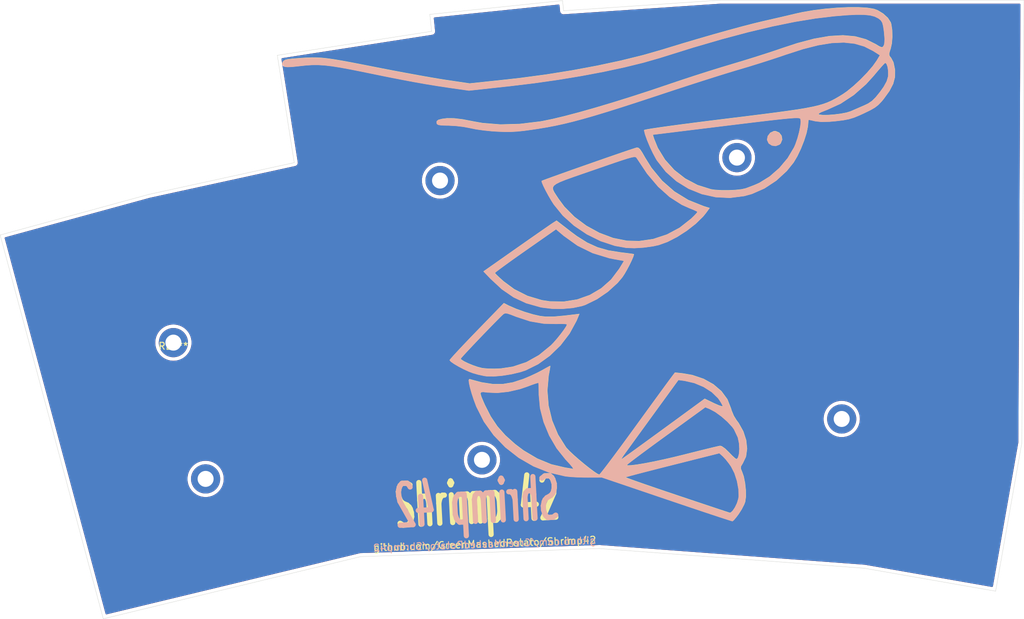
<source format=kicad_pcb>
(kicad_pcb (version 20211014) (generator pcbnew)
  (layers (0 "F.Cu" signal) (31 "B.Cu" signal) (34 "B.Paste" user) (35 "F.Paste" user) (36 "B.SilkS" user "B.Silkscreen") (37 "F.SilkS" user "F.Silkscreen") (38 "B.Mask" user) (39 "F.Mask" user) (44 "Edge.Cuts" user))
  (net 0 "")
  (footprint "" (layer "F.Cu") (at 83.0072 81.28)
    (fp_text reference "" (at 0 0) (layer "F.SilkS") (effects (font (size 1.27 1.27))))
    (fp_text value "" (at 0 0) (layer "F.SilkS") (effects (font (size 1.27 1.27))))
    (pad "" thru_hole circle locked (at 0 0) (size 4.2 4.2) (drill 2.3) (layers *.Cu *.Mask))
  )
  (footprint "" (layer "F.Cu") (at 43.241594 84.021403)
    (fp_text reference "" (at 0 0) (layer "F.SilkS") (effects (font (size 1.27 1.27))))
    (fp_text value "" (at 0 0) (layer "F.SilkS") (effects (font (size 1.27 1.27))))
    (pad "" thru_hole circle locked (at 0 0) (size 4.2 4.2) (drill 2.3) (layers *.Cu *.Mask))
  )
  (footprint "Footprints:hole-m2" (layer "F.Cu") (at 38.608 64.4144)
    (fp_text reference "REF**" (at 0 0.5) (layer "F.SilkS"))
    (fp_text value "M2_Hole_TH")
    (pad "" thru_hole circle locked (at 0 0) (size 4.2 4.2) (drill 2.3) (layers *.Cu *.Mask))
  )
  (footprint "" (layer "F.Cu") (at 134.771541 75.397056)
    (fp_text reference "" (at 0 0) (layer "F.SilkS") (effects (font (size 1.27 1.27))))
    (fp_text value "" (at 0 0) (layer "F.SilkS") (effects (font (size 1.27 1.27))))
    (pad "" thru_hole circle locked (at 0 0) (size 4.2 4.2) (drill 2.3) (layers *.Cu *.Mask))
  )
  (footprint "" (layer "F.Cu") (at 119.695594 37.793403)
    (fp_text reference "" (at 0 0) (layer "F.SilkS") (effects (font (size 1.27 1.27))))
    (fp_text value "" (at 0 0) (layer "F.SilkS") (effects (font (size 1.27 1.27))))
    (pad "" thru_hole circle locked (at 0 0) (size 4.2 4.2) (drill 2.3) (layers *.Cu *.Mask))
  )
  (footprint "" (layer "F.Cu") (at 76.972794 41.095403)
    (fp_text reference "" (at 0 0) (layer "F.SilkS") (effects (font (size 1.27 1.27))))
    (fp_text value "" (at 0 0) (layer "F.SilkS") (effects (font (size 1.27 1.27))))
    (pad "" thru_hole circle locked (at 0 0) (size 4.2 4.2) (drill 2.3) (layers *.Cu *.Mask))
  )
  (footprint "footprintsGlobal:Shrimp" (layer "B.Cu") (at 105.9688 64.310321 -173)
    (fp_text reference "G***" hide)
    (fp_text value "LOGO" hide)
    (fp_poly (pts (xy 45.935675 46.523379) (xy 46.190237 46.428127) (xy 46.326732 46.305512) (xy 46.495225 45.97645) (xy 46.35 45.677476) (xy 46.134058 45.534674) (xy 45.725044 45.442251) (xy 45.055786 45.391621) (xy 44.059114 45.374201) (xy 43.975511 45.374004) (xy 43.037808 45.358473) (xy 42.172363 45.305973) (xy 41.318615 45.202766) (xy 40.416001 45.035117) (xy 39.403962 44.78929) (xy 38.221936 44.451548) (xy 36.809362 44.008157) (xy 35.105679 43.44538) (xy 34.35 43.190821) (xy 31.954063 42.38717) (xy 29.858585 41.699342) (xy 27.988966 41.104123) (xy 26.270607 40.578298) (xy 24.628907 40.098655) (xy 22.989268 39.641978) (xy 22.65 39.55) (xy 20.25 38.902099) (xy 14.25 38.82107) (xy 10.775013 38.813509) (xy 7.316411 38.881638) (xy 3.935858 39.021388) (xy 0.69502 39.228693) (xy -2.344438 39.499484) (xy -5.120849 39.829693) (xy -7.572549 40.215253) (xy -7.95 40.285513) (xy -12.52749 41.119966) (xy -16.753497 41.807568) (xy -20.647723 42.350533) (xy -24.229874 42.751077) (xy -27.519651 43.011413) (xy -30.536758 43.133757) (xy -33.198881 43.123326) (xy -34.962891 43.054476) (xy -36.375344 42.953366) (xy -37.483989 42.811334) (xy -38.336571 42.61972) (xy -38.980838 42.369863) (xy -39.464536 42.053102) (xy -39.558184 41.969788) (xy -39.812699 41.687837) (xy -39.960869 41.362359) (xy -40.03059 40.880533) (xy -40.04976 40.129542) (xy -40.05 39.98084) (xy -40.00787 38.996663) (xy -39.88666 38.319776) (xy -39.776822 38.080334) (xy -39.601442 37.885154) (xy -39.408266 37.864027) (xy -39.098751 38.045779) (xy -38.626822 38.41672) (xy -37.332701 39.268391) (xy -35.84062 39.877193) (xy -34.128414 40.244941) (xy -32.173921 40.373449) (xy -29.954976 40.264533) (xy -27.449415 39.920008) (xy -25.35 39.503944) (xy -24.121391 39.245766) (xy -22.623642 38.950573) (xy -20.982976 38.642088) (xy -19.325614 38.344034) (xy -17.77778 38.080133) (xy -17.75 38.075562) (xy -16.148576 37.801123) (xy -14.303118 37.466649) (xy -12.359865 37.099788) (xy -10.465057 36.728187) (xy -8.764932 36.379491) (xy -8.65 36.355172) (xy -5.733514 35.753684) (xy -2.884573 35.199399) (xy -0.14729 34.699421) (xy 2.434223 34.260855) (xy 4.815855 33.890805) (xy 6.953495 33.596374) (xy 8.803031 33.384667) (xy 10.32035 33.262789) (xy 10.65 33.24689) (xy 13.614833 33.254638) (xy 16.375878 33.518324) (xy 18.888097 34.032383) (xy 20.15 34.420716) (xy 21.651322 34.906284) (xy 22.876988 35.208555) (xy 23.89885 35.342312) (xy 24.610583 35.338459) (xy 25.156074 35.262891) (xy 25.402023 35.105951) (xy 25.45 34.882048) (xy 25.403699 34.682462) (xy 25.214356 34.539219) (xy 24.80631 34.424823) (xy 24.103899 34.311777) (xy 23.75 34.26423) (xy 22.730559 34.083565) (xy 21.647739 33.817447) (xy 20.724758 33.521245) (xy 20.671069 33.500488) (xy 19.897952 33.243734) (xy 18.874516 32.968524) (xy 17.746623 32.711555) (xy 16.871069 32.544451) (xy 15.863844 32.384222) (xy 14.969957 32.276876) (xy 14.078374 32.216723) (xy 13.078063 32.198077) (xy 11.857989 32.21525) (xy 10.95 32.241152) (xy 9.747081 32.292506) (xy 8.535475 32.373575) (xy 7.274623 32.490589) (xy 5.923965 32.64978) (xy 4.442942 32.857379) (xy 2.790995 33.119617) (xy 0.927563 33.442725) (xy -1.187912 33.832934) (xy -3.59599 34.296475) (xy -6.33723 34.839579) (xy -7.55 35.083298) (xy -9.414781 35.454935) (xy -11.328205 35.828362) (xy -13.213391 36.189127) (xy -14.993461 36.522776) (xy -16.591535 36.814857) (xy -17.930735 37.050915) (xy -18.69877 37.179246) (xy -20.182843 37.429535) (xy -21.817786 37.723859) (xy -23.449927 38.033402) (xy -24.925598 38.329347) (xy -25.622672 38.477593) (xy -28.187274 38.971876) (xy -30.440492 39.258388) (xy -32.41431 39.334541) (xy -34.140708 39.197748) (xy -35.651669 38.84542) (xy -36.979176 38.274971) (xy -38.15521 37.483812) (xy -38.182764 37.461332) (xy -39.047391 36.752835) (xy -38.498696 36.04878) (xy -37.835016 35.322889) (xy -36.921771 34.492692) (xy -35.863759 33.639427) (xy -34.765778 32.844333) (xy -33.732626 32.188645) (xy -33.069196 31.839919) (xy -32.440373 31.554613) (xy -31.863553 31.309049) (xy -31.304246 31.100246) (xy -30.727963 30.925226) (xy -30.100216 30.781008) (xy -29.386514 30.664612) (xy -28.552368 30.573059) (xy -27.56329 30.503369) (xy -26.384789 30.452562) (xy -24.982376 30.417658) (xy -23.321563 30.395678) (xy -21.367859 30.383642) (xy -19.086776 30.378569) (xy -16.443824 30.377481) (xy -16.142255 30.377476) (xy -13.633901 30.374439) (xy -11.369588 30.365543) (xy -9.370329 30.351114) (xy -7.657137 30.331477) (xy -6.251023 30.306955) (xy -5.173 30.277875) (xy -4.44408 30.24456) (xy -4.085276 30.207336) (xy -4.05 30.190552) (xy -4.121558 29.577566) (xy -4.312712 28.718024) (xy -4.588189 27.734172) (xy -4.912714 26.748256) (xy -5.251011 25.882522) (xy -5.36535 25.632177) (xy -6.43414 23.855713) (xy -7.793 22.31515) (xy -9.39234 21.035122) (xy -11.182576 20.040261) (xy -13.114121 19.3552) (xy -15.137387 19.004572) (xy -17.202789 19.01301) (xy -18.35 19.181879) (xy -20.234172 19.748174) (xy -22.057431 20.652496) (xy -23.7163 21.835145) (xy -24.844007 22.928624) (xy -25.476853 23.744824) (xy -26.121684 24.755613) (xy -26.716547 25.844703) (xy -27.199488 26.895806) (xy -27.508551 27.792636) (xy -27.560508 28.027476) (xy -27.658522 28.507418) (xy -27.704643 28.662566) (xy -26.586829 28.662566) (xy -26.438281 28.005485) (xy -26.17134 27.197263) (xy -25.821681 26.338393) (xy -25.424979 25.529372) (xy -25.172192 25.098676) (xy -24.06418 23.67057) (xy -22.703401 22.405729) (xy -21.180332 21.371214) (xy -19.58545 20.634088) (xy -18.85 20.412695) (xy -18.210809 20.255329) (xy -17.679686 20.125323) (xy -17.55 20.093834) (xy -16.938715 20.030514) (xy -16.063156 20.043792) (xy -15.049097 20.121586) (xy -14.022312 20.251814) (xy -13.108573 20.422394) (xy -12.563418 20.57286) (xy -10.729463 21.404563) (xy -9.084397 22.550268) (xy -7.671106 23.961515) (xy -6.532475 25.589842) (xy -5.711391 27.386789) (xy -5.346863 28.727476) (xy -5.218218 29.377476) (xy -15.840386 29.377476) (xy -18.19377 29.376456) (xy -20.178299 29.372798) (xy -21.825118 29.365604) (xy -23.165369 29.353977) (xy -24.230195 29.33702) (xy -25.050738 29.313835) (xy -25.658142 29.283525) (xy -26.083549 29.245194) (xy -26.358101 29.197943) (xy -26.512942 29.140875) (xy -26.579214 29.073094) (xy -26.581308 29.068009) (xy -26.586829 28.662566) (xy -27.704643 28.662566) (xy -27.734813 28.764054) (xy -27.747113 28.777476) (xy -27.948381 28.714879) (xy -28.398866 28.556135) (xy -28.674855 28.455598) (xy -29.509504 28.256801) (xy -30.696996 28.137927) (xy -31.65 28.105598) (xy -32.691002 28.106618) (xy -33.500363 28.159029) (xy -34.24485 28.288153) (xy -35.091233 28.519313) (xy -35.75 28.728133) (xy -36.71629 29.05913) (xy -37.413373 29.353527) (xy -37.95896 29.676187) (xy -38.470764 30.09197) (xy -38.814044 30.416482) (xy -39.789863 31.465569) (xy -40.443851 32.420434) (xy -40.816051 33.357286) (xy -40.946505 34.352336) (xy -40.946753 34.375996) (xy -39.961985 34.375996) (xy -39.891094 33.75552) (xy -39.847824 33.569392) (xy -39.563065 32.909531) (xy -39.02157 32.164081) (xy -38.385608 31.474495) (xy -37.684983 30.80186) (xy -37.105969 30.358699) (xy -36.521509 30.061171) (xy -35.95 29.867339) (xy -35.121461 29.622844) (xy -34.286166 29.376041) (xy -33.85 29.246992) (xy -33.243926 29.139599) (xy -32.418546 29.085688) (xy -31.493855 29.082159) (xy -30.589847 29.125915) (xy -29.826515 29.213855) (xy -29.323852 29.342881) (xy -29.279331 29.365037) (xy -29.294216 29.488681) (xy -29.695064 29.652935) (xy -30.470403 29.853213) (xy -30.538365 29.868454) (xy -32.594989 30.515479) (xy -34.628283 31.520682) (xy -36.567782 32.845028) (xy -37.75 33.863418) (xy -38.448588 34.512528) (xy -39.04336 35.048385) (xy -39.473916 35.417748) (xy -39.679856 35.567377) (xy -39.684109 35.568235) (xy -39.848518 35.404141) (xy -39.944468 34.966132) (xy -39.961985 34.375996) (xy -40.946753 34.375996) (xy -40.947817 34.477476) (xy -40.864505 35.490996) (xy -40.614867 36.148638) (xy -40.609324 36.156582) (xy -40.415111 36.478503) (xy -40.391282 36.764418) (xy -40.547239 37.170222) (xy -40.687356 37.450699) (xy -40.954444 38.192222) (xy -41.147033 39.139403) (xy -41.243604 40.123633) (xy -41.222636 40.976305) (xy -41.173111 41.2566) (xy -40.840709 41.94425) (xy -40.245275 42.637309) (xy -39.503746 43.216198) (xy -39.007457 43.471164) (xy -38.075624 43.748513) (xy -36.827842 43.979668) (xy -35.346058 44.159411) (xy -33.712219 44.282522) (xy -32.008272 44.343785) (xy -30.316163 44.337982) (xy -28.717841 44.259894) (xy -27.872668 44.180181) (xy -27.044072 44.088056) (xy -25.941192 43.969365) (xy -24.687771 43.837229) (xy -23.40755 43.704774) (xy -22.95 43.658123) (xy -21.556546 43.498377) (xy -19.839215 43.271494) (xy -17.86652 42.988008) (xy -15.70697 42.658452) (xy -13.429078 42.293358) (xy -11.101353 41.903261) (xy -8.792306 41.498693) (xy -8.15 41.382718) (xy -5.216613 40.917999) (xy -1.966739 40.527149) (xy 1.522025 40.21549) (xy 5.172082 39.988343) (xy 8.905836 39.851029) (xy 12.645689 39.80887) (xy 14.55 39.82604) (xy 20.05 39.91548) (xy 23.35 40.827388) (xy 24.383579 41.123786) (xy 25.716888 41.52274) (xy 27.270441 41.999534) (xy 28.964755 42.52945) (xy 30.720348 43.08777) (xy 32.457735 43.649778) (xy 33.05 43.843827) (xy 34.974048 44.474638) (xy 36.569502 44.990883) (xy 37.887037 45.405092) (xy 38.977331 45.729796) (xy 39.891059 45.977525) (xy 40.678899 46.16081) (xy 41.391525 46.29218) (xy 42.079615 46.384167) (xy 42.793846 46.449301) (xy 43.584892 46.500112) (xy 43.852243 46.51484) (xy 44.843221 46.560261) (xy 45.512184 46.565266)) (layer "B.SilkS") (width 0) (fill solid))
    (fp_poly (pts (xy 10.644179 18.517355) (xy 10.974852 18.349014) (xy 11.606801 18.019158) (xy 12.488595 17.554944) (xy 13.568801 16.983529) (xy 14.795987 16.332068) (xy 16.118722 15.62772) (xy 16.30404 15.528871) (xy 21.358081 12.832458) (xy 20.478851 11.654967) (xy 19.037199 9.949142) (xy 17.498577 8.591498) (xy 15.793302 7.531149) (xy 13.851693 6.717208) (xy 13.60561 6.635648) (xy 12.217427 6.29086) (xy 10.707082 6.089996) (xy 9.215225 6.041673) (xy 7.88251 6.154508) (xy 7.392308 6.254997) (xy 5.639495 6.858394) (xy 3.934238 7.738181) (xy 2.409351 8.818844) (xy 1.645921 9.52227) (xy 1.273718 9.954489) (xy 0.836886 10.532972) (xy 0.391797 11.172326) (xy -0.005175 11.787158) (xy -0.049629 11.863899) (xy 1.110079 11.863899) (xy 1.9386 10.815741) (xy 3.281508 9.426981) (xy 4.845587 8.349793) (xy 6.587322 7.595843) (xy 8.463201 7.176799) (xy 10.42971 7.104326) (xy 12.443337 7.390092) (xy 13.55 7.70247) (xy 15.502085 8.557638) (xy 17.27722 9.745743) (xy 18.660896 11.058653) (xy 19.16414 11.636559) (xy 19.544089 12.099134) (xy 19.737139 12.368027) (xy 19.749101 12.3992) (xy 19.579921 12.521346) (xy 19.10239 12.804056) (xy 18.36226 13.221853) (xy 17.405284 13.749262) (xy 16.277213 14.360805) (xy 15.0238 15.031007) (xy 15 15.043649) (xy 10.25 17.566375) (xy 9.25 16.484119) (xy 7.474783 14.855386) (xy 5.44468 13.529886) (xy 3.178909 12.519533) (xy 2.480039 12.287039) (xy 1.110079 11.863899) (xy -0.049629 11.863899) (xy -0.297659 12.292077) (xy -0.42928 12.60169) (xy -0.421606 12.654121) (xy -0.208294 12.721413) (xy 0.303083 12.85709) (xy 1.021355 13.037369) (xy 1.418214 13.134059) (xy 3.172766 13.64152) (xy 4.676812 14.281767) (xy 6.04741 15.120898) (xy 7.401622 16.225006) (xy 8.144179 16.931732) (xy 10.038359 18.809426)) (layer "B.SilkS") (width 0) (fill solid))
    (fp_poly (pts (xy 13.695995 -1.894022) (xy 14.165718 -2.080309) (xy 14.714989 -2.307788) (xy 15.48167 -2.596153) (xy 16.447562 -2.912019) (xy 17.421972 -3.193581) (xy 17.558962 -3.229522) (xy 19.106785 -3.53417) (xy 20.564175 -3.601939) (xy 22.025588 -3.421467) (xy 23.585477 -2.981394) (xy 25.266995 -2.302487) (xy 25.364235 -2.420559) (xy 25.376291 -2.854847) (xy 25.312533 -3.532901) (xy 25.182328 -4.382272) (xy 24.995047 -5.330512) (xy 24.760057 -6.305172) (xy 24.739411 -6.38236) (xy 23.932178 -8.627666) (xy 22.777161 -10.741354) (xy 21.316349 -12.681682) (xy 19.59173 -14.406911) (xy 17.645292 -15.8753) (xy 15.519024 -17.045109) (xy 13.254914 -17.874597) (xy 13.15 -17.903378) (xy 12.451383 -18.060586) (xy 11.513129 -18.229544) (xy 10.493677 -18.382852) (xy 10.05 -18.439511) (xy 8.05 -18.678263) (xy -0.811465 -22.950393) (xy -2.566039 -23.794725) (xy -4.211731 -24.583663) (xy -5.713342 -25.300546) (xy -7.035674 -25.928711) (xy -8.143528 -26.451495) (xy -9.001706 -26.852235) (xy -9.575009 -27.11427) (xy -9.828238 -27.220935) (xy -9.835993 -27.222524) (xy -10.047259 -27.086105) (xy -10.4335 -26.731137) (xy -10.83978 -26.310446) (xy -11.353857 -25.68741) (xy -11.787768 -25.048437) (xy -11.978865 -24.68429) (xy -12.167296 -23.96621) (xy -12.272026 -23.013013) (xy -12.276961 -22.720727) (xy -11.243018 -22.720727) (xy -11.146482 -23.758155) (xy -11.057358 -24.10023) (xy -10.789973 -24.700868) (xy -10.423287 -25.273932) (xy -10.033741 -25.723762) (xy -9.697775 -25.9547) (xy -9.572951 -25.957874) (xy -9.348405 -25.854965) (xy -8.803347 -25.598554) (xy -7.978086 -25.207791) (xy -6.912928 -24.701829) (xy -5.64818 -24.09982) (xy -4.224152 -23.420914) (xy -2.681149 -22.684265) (xy -2.307695 -22.505828) (xy -0.755886 -21.76161) (xy 0.673871 -21.070825) (xy 1.943357 -20.452322) (xy 3.014352 -19.924954) (xy 3.848637 -19.507571) (xy 4.407993 -19.219025) (xy 4.654199 -19.078167) (xy 4.662172 -19.068029) (xy 4.453792 -19.027164) (xy 3.894209 -18.943676) (xy 3.029238 -18.823705) (xy 1.904691 -18.673391) (xy 0.566382 -18.498871) (xy -0.939874 -18.306287) (xy -2.280134 -18.137702) (xy -9.15 -17.279814) (xy -9.604421 -17.801169) (xy -9.950686 -18.27842) (xy -10.349893 -18.941683) (xy -10.585449 -19.387973) (xy -10.947212 -20.382963) (xy -11.171498 -21.544772) (xy -11.243018 -22.720727) (xy -12.276961 -22.720727) (xy -12.289444 -21.981481) (xy -12.215937 -21.028398) (xy -12.077729 -20.392463) (xy -11.940774 -19.883036) (xy -11.99846 -19.542217) (xy -12.287519 -19.171102) (xy -12.30722 -19.149785) (xy -12.882393 -18.248328) (xy -13.180297 -17.136405) (xy -13.196715 -16.222524) (xy -12.132999 -16.222524) (xy -12.077608 -17.01992) (xy -11.935127 -17.717755) (xy -11.73427 -18.217804) (xy -11.503748 -18.421839) (xy -11.489921 -18.422524) (xy -11.295979 -18.271606) (xy -10.951547 -17.876124) (xy -10.534971 -17.326837) (xy -10.034446 -16.706644) (xy -9.604941 -16.321573) (xy -9.372714 -16.226837) (xy -9.074715 -16.250235) (xy -8.439667 -16.318261) (xy -7.527175 -16.423905) (xy -6.396845 -16.560154) (xy -5.108281 -16.719998) (xy -4.172714 -16.838512) (xy -2.542582 -17.033178) (xy -0.97399 -17.195159) (xy 0.482092 -17.321338) (xy 1.774692 -17.4086) (xy 2.852842 -17.45383) (xy 3.66557 -17.453912) (xy 4.161907 -17.40573) (xy 4.283788 -17.355401) (xy 4.133587 -17.244256) (xy 3.67168 -16.962974) (xy 2.937015 -16.533875) (xy 1.96854 -15.979282) (xy 0.805206 -15.321517) (xy -0.51404 -14.582902) (xy -1.794173 -13.872062) (xy -7.95 -10.466589) (xy -8.545519 -10.794556) (xy -9.282143 -11.315888) (xy -10.089881 -12.06772) (xy -10.853483 -12.926621) (xy -11.457696 -13.769159) (xy -11.652933 -14.122524) (xy -12.059076 -15.343991) (xy -12.132999 -16.222524) (xy -13.196715 -16.222524) (xy -13.202686 -15.890163) (xy -12.951317 -14.585744) (xy -12.427942 -13.299295) (xy -12.161715 -12.836742) (xy -11.866944 -12.195159) (xy -11.645349 -11.40855) (xy -11.592837 -11.086202) (xy -11.469389 -10.610194) (xy -10.45 -10.610194) (xy -10.298397 -10.610029) (xy -9.897707 -10.423174) (xy -9.329109 -10.088602) (xy -9.225258 -10.022211) (xy -8.000515 -9.230621) (xy -6.675258 -9.971958) (xy -4.746825 -11.049862) (xy -2.908359 -12.075853) (xy -1.190325 -13.033038) (xy 0.376812 -13.904526) (xy 1.762587 -14.673423) (xy 2.936536 -15.322838) (xy 3.868193 -15.835879) (xy 4.527095 -16.195653) (xy 4.882775 -16.385268) (xy 4.937418 -16.410991) (xy 4.876351 -16.290156) (xy 4.615735 -15.975763) (xy 4.522889 -15.872524) (xy 4.264029 -15.59214) (xy 3.76998 -15.060023) (xy 3.078559 -14.316786) (xy 2.22758 -13.403047) (xy 1.254859 -12.359419) (xy 0.198212 -11.226518) (xy -0.280479 -10.713523) (xy -4.5819 -6.104523) (xy -5.46595 -6.331834) (xy -6.812686 -6.819456) (xy -8.066056 -7.536648) (xy -9.132099 -8.415592) (xy -9.916852 -9.388469) (xy -10.064484 -9.650913) (xy -10.305026 -10.167202) (xy -10.439645 -10.543073) (xy -10.45 -10.610194) (xy -11.469389 -10.610194) (xy -11.238128 -9.718467) (xy -10.527659 -8.453625) (xy -9.500007 -7.327511) (xy -8.193751 -6.375958) (xy -6.647468 -5.634797) (xy -5.278135 -5.220806) (xy -4.20627 -4.972136) (xy -3.458565 -5.74733) (xy -3.157532 -6.064391) (xy -2.618351 -6.637537) (xy -1.875381 -7.430042) (xy -0.96298 -8.405177) (xy 0.084491 -9.526214) (xy 1.232674 -10.756425) (xy 2.447212 -12.059082) (xy 2.739264 -12.372524) (xy 3.935161 -13.651055) (xy 5.050033 -14.833147) (xy 6.053804 -15.887642) (xy 6.916398 -16.783379) (xy 7.607738 -17.4892) (xy 8.09775 -17.973946) (xy 8.356357 -18.206457) (xy 8.38591 -18.222524) (xy 8.636663 -18.08054) (xy 9.085952 -17.696743) (xy 9.673568 -17.134362) (xy 9.8637 -16.940802) (xy 11.989482 -16.940802) (xy 12.028808 -16.95833) (xy 12.40601 -16.834969) (xy 12.970209 -16.671494) (xy 13.11843 -16.631024) (xy 15.05229 -15.918531) (xy 16.956029 -14.84506) (xy 18.769338 -13.448493) (xy 19.861466 -12.39536) (xy 21.114608 -10.95962) (xy 22.08953 -9.543551) (xy 22.861012 -8.016976) (xy 23.503836 -6.249718) (xy 23.629367 -5.836223) (xy 23.852601 -5.051933) (xy 23.929093 -4.590315) (xy 23.824437 -4.390138) (xy 23.504225 -4.390172) (xy 22.93405 -4.529187) (xy 22.9 -4.538252) (xy 21.497471 -4.769075) (xy 19.891183 -4.795737) (xy 18.219413 -4.621471) (xy 17.172834 -4.404434) (xy 16.419532 -4.222783) (xy 15.832787 -4.098005) (xy 15.504912 -4.049042) (xy 15.467255 -4.054434) (xy 15.466078 -4.270202) (xy 15.508521 -4.785426) (xy 15.586034 -5.502979) (xy 15.618589 -5.773598) (xy 15.676045 -7.706531) (xy 15.409345 -9.737372) (xy 14.845215 -11.77198) (xy 14.010378 -13.716211) (xy 12.93156 -15.475924) (xy 12.822589 -15.623125) (xy 12.380485 -16.238526) (xy 12.090424 -16.69854) (xy 11.989482 -16.940802) (xy 9.8637 -16.940802) (xy 10.339301 -16.456626) (xy 11.022942 -15.726766) (xy 11.664284 -15.008011) (xy 12.203117 -14.36359) (xy 12.579232 -13.856734) (xy 12.648145 -13.746438) (xy 13.569615 -11.79046) (xy 14.161387 -9.682363) (xy 14.415402 -7.499233) (xy 14.323603 -5.318155) (xy 13.877931 -3.216214) (xy 13.780548 -2.913959) (xy 13.594844 -2.329062) (xy 13.491578 -1.932953) (xy 13.487067 -1.822524)) (layer "B.SilkS") (width 0) (fill solid))
    (fp_poly (pts (xy -22.025185 27.601115) (xy -21.606898 27.165988) (xy -21.45 26.642726) (xy -21.619564 26.110432) (xy -22.042481 25.747974) (xy -22.590092 25.606589) (xy -23.133736 25.737514) (xy -23.335715 25.891762) (xy -23.621793 26.412789) (xy -23.597257 26.977751) (xy -23.312229 27.463745) (xy -22.816826 27.747871) (xy -22.566712 27.777476)) (layer "B.SilkS") (width 0) (fill solid))
    (fp_poly (pts (xy -2.606085 27.810025) (xy -2.212077 27.738407) (xy -1.509282 27.596965) (xy -0.551399 27.397454) (xy 0.607868 27.151626) (xy 1.914819 26.871234) (xy 3.315751 26.568031) (xy 4.756964 26.25377) (xy 6.184756 25.940205) (xy 7.545425 25.639088) (xy 8.78527 25.362172) (xy 9.850588 25.12121) (xy 10.687679 24.927956) (xy 11.242842 24.794162) (xy 11.462373 24.731581) (xy 11.463319 24.730824) (xy 11.450222 24.500289) (xy 11.306534 23.996728) (xy 11.066128 23.311744) (xy 10.762876 22.536935) (xy 10.430651 21.763904) (xy 10.144404 21.164093) (xy 9.042609 19.40579) (xy 7.618547 17.771831) (xy 5.94407 16.318206) (xy 4.091028 15.100905) (xy 2.131271 14.175919) (xy 0.55 13.687541) (xy -0.601555 13.503696) (xy -1.954951 13.419094) (xy -3.322859 13.44053) (xy -4.15 13.51704) (xy -5.464787 13.816287) (xy -6.922617 14.353731) (xy -8.403034 15.06794) (xy -9.785579 15.897486) (xy -10.949795 16.780939) (xy -11.406815 17.217798) (xy -11.747819 17.577476) (xy -10.246487 17.577476) (xy -10.096811 17.416939) (xy -9.708024 17.09494) (xy -9.196962 16.705616) (xy -7.417855 15.629817) (xy -5.477231 14.882123) (xy -3.44488 14.477277) (xy -1.390594 14.430023) (xy 0.35 14.688871) (xy 2.269169 15.326823) (xy 4.132193 16.298588) (xy 5.867236 17.546873) (xy 7.402458 19.014384) (xy 8.666022 20.64383) (xy 9.36358 21.877476) (xy 9.646207 22.447823) (xy 9.86487 22.906148) (xy 9.986508 23.27343) (xy 9.978061 23.570646) (xy 9.806468 23.818773) (xy 9.438669 24.038788) (xy 8.841604 24.251668) (xy 7.982213 24.47839) (xy 6.827436 24.739932) (xy 5.344212 25.057271) (xy 3.85 25.37592) (xy 2.131203 25.744439) (xy 0.762129 26.034543) (xy -0.298502 26.252162) (xy -1.091976 26.403223) (xy -1.659574 26.493655) (xy -2.04258 26.529387) (xy -2.282275 26.516348) (xy -2.419943 26.460466) (xy -2.496868 26.367669) (xy -2.532883 26.29256) (xy -3.730842 23.910193) (xy -5.071828 21.869346) (xy -6.545801 20.182185) (xy -8.142724 18.860881) (xy -9.179615 18.236241) (xy -9.744004 17.925968) (xy -10.130568 17.684007) (xy -10.246487 17.577476) (xy -11.747819 17.577476) (xy -12.063629 17.910581) (xy -11.208561 18.294029) (xy -9.135987 19.436937) (xy -7.30969 20.890608) (xy -5.743787 22.640074) (xy -4.452395 24.670366) (xy -3.730009 26.224102) (xy -3.396898 27.019217) (xy -3.151076 27.505197) (xy -2.94479 27.749423) (xy -2.730291 27.819277)) (layer "B.SilkS") (width 0) (fill solid))
    (fp_poly (pts (xy 23.380084 4.426174) (xy 24.512725 3.508646) (xy 25.536246 2.668964) (xy 26.411033 1.940478) (xy 27.097475 1.356535) (xy 27.55596 0.950487) (xy 27.746877 0.755683) (xy 27.75 0.747092) (xy 27.591643 0.509872) (xy 27.173162 0.132349) (xy 26.579435 -0.323368) (xy 25.895343 -0.795169) (xy 25.205766 -1.220945) (xy 24.678678 -1.500291) (xy 23.905145 -1.827646) (xy 23.110285 -2.105096) (xy 22.727644 -2.210415) (xy 21.718429 -2.353255) (xy 20.472294 -2.396969) (xy 19.138692 -2.345952) (xy 17.867074 -2.204599) (xy 17.05 -2.043461) (xy 15.164245 -1.381318) (xy 13.336428 -0.377276) (xy 11.641186 0.910913) (xy 10.153155 2.425496) (xy 9.169115 3.798721) (xy 10.357684 3.798721) (xy 10.50456 3.543793) (xy 10.877223 3.103449) (xy 11.399675 2.554818) (xy 11.995922 1.975025) (xy 12.589968 1.441197) (xy 13.032443 1.08415) (xy 14.90581 -0.098132) (xy 16.837732 -0.888532) (xy 18.847318 -1.293217) (xy 20.55 -1.34229) (xy 21.494127 -1.267296) (xy 22.428409 -1.136515) (xy 23.1719 -0.976142) (xy 23.259048 -0.950123) (xy 23.856987 -0.716279) (xy 24.533609 -0.385099) (xy 25.193152 -0.012958) (xy 25.739857 0.343771) (xy 26.077964 0.628713) (xy 26.140739 0.746324) (xy 25.991086 0.897071) (xy 25.582323 1.253957) (xy 24.967728 1.773296) (xy 24.200578 2.411401) (xy 23.334152 3.124584) (xy 22.421727 3.869157) (xy 21.516582 4.601435) (xy 20.671994 5.277728) (xy 19.941241 5.854351) (xy 19.443968 6.237593) (xy 19.200127 6.403368) (xy 18.970437 6.460771) (xy 18.663896 6.388327) (xy 18.189503 6.164563) (xy 17.457966 5.768942) (xy 15.550384 4.872774) (xy 13.656899 4.3072) (xy 11.9 4.05052) (xy 11.171795 3.974763) (xy 10.629391 3.89083) (xy 10.368016 3.814269) (xy 10.357684 3.798721) (xy 9.169115 3.798721) (xy 8.946972 4.108721) (xy 8.822907 4.322491) (xy 8.395815 5.077476) (xy 10.622907 5.086881) (xy 12.136821 5.138768) (xy 13.33329 5.285326) (xy 14.038055 5.453531) (xy 15.05064 5.819463) (xy 16.21828 6.334722) (xy 17.369587 6.917474) (xy 18.333172 7.485884) (xy 18.430084 7.550626) (xy 19.010168 7.944942)) (layer "B.SilkS") (width 0) (fill solid))
    (fp_poly (pts (xy -22.055185 27.625553) (xy -21.636898 27.190426) (xy -21.48 26.667164) (xy -21.649564 26.13487) (xy -22.072481 25.772412) (xy -22.620092 25.631027) (xy -23.163736 25.761952) (xy -23.365715 25.9162) (xy -23.651793 26.437227) (xy -23.627257 27.002189) (xy -23.342229 27.488183) (xy -22.846826 27.772309) (xy -22.596712 27.801914)) (layer "F.SilkS") (width 0) (fill solid))
    (fp_poly (pts (xy 13.665995 -1.869584) (xy 14.135718 -2.055871) (xy 14.684989 -2.28335) (xy 15.45167 -2.571715) (xy 16.417562 -2.887581) (xy 17.391972 -3.169143) (xy 17.528962 -3.205084) (xy 19.076785 -3.509732) (xy 20.534175 -3.577501) (xy 21.995588 -3.397029) (xy 23.555477 -2.956956) (xy 25.236995 -2.278049) (xy 25.334235 -2.396121) (xy 25.346291 -2.830409) (xy 25.282533 -3.508463) (xy 25.152328 -4.357834) (xy 24.965047 -5.306074) (xy 24.730057 -6.280734) (xy 24.709411 -6.357922) (xy 23.902178 -8.603228) (xy 22.747161 -10.716916) (xy 21.286349 -12.657244) (xy 19.56173 -14.382473) (xy 17.615292 -15.850862) (xy 15.489024 -17.020671) (xy 13.224914 -17.850159) (xy 13.12 -17.87894) (xy 12.421383 -18.036148) (xy 11.483129 -18.205106) (xy 10.463677 -18.358414) (xy 10.02 -18.415073) (xy 8.02 -18.653825) (xy -0.841465 -22.925955) (xy -2.596039 -23.770287) (xy -4.241731 -24.559225) (xy -5.743342 -25.276108) (xy -7.065674 -25.904273) (xy -8.173528 -26.427057) (xy -9.031706 -26.827797) (xy -9.605009 -27.089832) (xy -9.858238 -27.196497) (xy -9.865993 -27.198086) (xy -10.077259 -27.061667) (xy -10.4635 -26.706699) (xy -10.86978 -26.286008) (xy -11.383857 -25.662972) (xy -11.817768 -25.023999) (xy -12.008865 -24.659852) (xy -12.197296 -23.941772) (xy -12.302026 -22.988575) (xy -12.306961 -22.696289) (xy -11.273018 -22.696289) (xy -11.176482 -23.733717) (xy -11.087358 -24.075792) (xy -10.819973 -24.67643) (xy -10.453287 -25.249494) (xy -10.063741 -25.699324) (xy -9.727775 -25.930262) (xy -9.602951 -25.933436) (xy -9.378405 -25.830527) (xy -8.833347 -25.574116) (xy -8.008086 -25.183353) (xy -6.942928 -24.677391) (xy -5.67818 -24.075382) (xy -4.254152 -23.396476) (xy -2.711149 -22.659827) (xy -2.337695 -22.48139) (xy -0.785886 -21.737172) (xy 0.643871 -21.046387) (xy 1.913357 -20.427884) (xy 2.984352 -19.900516) (xy 3.818637 -19.483133) (xy 4.377993 -19.194587) (xy 4.624199 -19.053729) (xy 4.632172 -19.043591) (xy 4.423792 -19.002726) (xy 3.864209 -18.919238) (xy 2.999238 -18.799267) (xy 1.874691 -18.648953) (xy 0.536382 -18.474433) (xy -0.969874 -18.281849) (xy -2.310134 -18.113264) (xy -9.18 -17.255376) (xy -9.634421 -17.776731) (xy -9.980686 -18.253982) (xy -10.379893 -18.917245) (xy -10.615449 -19.363535) (xy -10.977212 -20.358525) (xy -11.201498 -21.520334) (xy -11.273018 -22.696289) (xy -12.306961 -22.696289) (xy -12.319444 -21.957043) (xy -12.245937 -21.00396) (xy -12.107729 -20.368025) (xy -11.970774 -19.858598) (xy -12.02846 -19.517779) (xy -12.317519 -19.146664) (xy -12.33722 -19.125347) (xy -12.912393 -18.22389) (xy -13.210297 -17.111967) (xy -13.226715 -16.198086) (xy -12.162999 -16.198086) (xy -12.107608 -16.995482) (xy -11.965127 -17.693317) (xy -11.76427 -18.193366) (xy -11.533748 -18.397401) (xy -11.519921 -18.398086) (xy -11.325979 -18.247168) (xy -10.981547 -17.851686) (xy -10.564971 -17.302399) (xy -10.064446 -16.682206) (xy -9.634941 -16.297135) (xy -9.402714 -16.202399) (xy -9.104715 -16.225797) (xy -8.469667 -16.293823) (xy -7.557175 -16.399467) (xy -6.426845 -16.535716) (xy -5.138281 -16.69556) (xy -4.202714 -16.814074) (xy -2.572582 -17.00874) (xy -1.00399 -17.170721) (xy 0.452092 -17.2969) (xy 1.744692 -17.384162) (xy 2.822842 -17.429392) (xy 3.63557 -17.429474) (xy 4.131907 -17.381292) (xy 4.253788 -17.330963) (xy 4.103587 -17.219818) (xy 3.64168 -16.938536) (xy 2.907015 -16.509437) (xy 1.93854 -15.954844) (xy 0.775206 -15.297079) (xy -0.54404 -14.558464) (xy -1.824173 -13.847624) (xy -7.98 -10.442151) (xy -8.575519 -10.770118) (xy -9.312143 -11.29145) (xy -10.119881 -12.043282) (xy -10.883483 -12.902183) (xy -11.487696 -13.744721) (xy -11.682933 -14.098086) (xy -12.089076 -15.319553) (xy -12.162999 -16.198086) (xy -13.226715 -16.198086) (xy -13.232686 -15.865725) (xy -12.981317 -14.561306) (xy -12.457942 -13.274857) (xy -12.191715 -12.812304) (xy -11.896944 -12.170721) (xy -11.675349 -11.384112) (xy -11.622837 -11.061764) (xy -11.499389 -10.585756) (xy -10.48 -10.585756) (xy -10.328397 -10.585591) (xy -9.927707 -10.398736) (xy -9.359109 -10.064164) (xy -9.255258 -9.997773) (xy -8.030515 -9.206183) (xy -6.705258 -9.94752) (xy -4.776825 -11.025424) (xy -2.938359 -12.051415) (xy -1.220325 -13.0086) (xy 0.346812 -13.880088) (xy 1.732587 -14.648985) (xy 2.906536 -15.2984) (xy 3.838193 -15.811441) (xy 4.497095 -16.171215) (xy 4.852775 -16.36083) (xy 4.907418 -16.386553) (xy 4.846351 -16.265718) (xy 4.585735 -15.951325) (xy 4.492889 -15.848086) (xy 4.234029 -15.567702) (xy 3.73998 -15.035585) (xy 3.048559 -14.292348) (xy 2.19758 -13.378609) (xy 1.224859 -12.334981) (xy 0.168212 -11.20208) (xy -0.310479 -10.689085) (xy -4.6119 -6.080085) (xy -5.49595 -6.307396) (xy -6.842686 -6.795018) (xy -8.096056 -7.51221) (xy -9.162099 -8.391154) (xy -9.946852 -9.364031) (xy -10.094484 -9.626475) (xy -10.335026 -10.142764) (xy -10.469645 -10.518635) (xy -10.48 -10.585756) (xy -11.499389 -10.585756) (xy -11.268128 -9.694029) (xy -10.557659 -8.429187) (xy -9.530007 -7.303073) (xy -8.223751 -6.35152) (xy -6.677468 -5.610359) (xy -5.308135 -5.196368) (xy -4.23627 -4.947698) (xy -3.488565 -5.722892) (xy -3.187532 -6.039953) (xy -2.648351 -6.613099) (xy -1.905381 -7.405604) (xy -0.99298 -8.380739) (xy 0.054491 -9.501776) (xy 1.202674 -10.731987) (xy 2.417212 -12.034644) (xy 2.709264 -12.348086) (xy 3.905161 -13.626617) (xy 5.020033 -14.808709) (xy 6.023804 -15.863204) (xy 6.886398 -16.758941) (xy 7.577738 -17.464762) (xy 8.06775 -17.949508) (xy 8.326357 -18.182019) (xy 8.35591 -18.198086) (xy 8.606663 -18.056102) (xy 9.055952 -17.672305) (xy 9.643568 -17.109924) (xy 9.8337 -16.916364) (xy 11.959482 -16.916364) (xy 11.998808 -16.933892) (xy 12.37601 -16.810531) (xy 12.940209 -16.647056) (xy 13.08843 -16.606586) (xy 15.02229 -15.894093) (xy 16.926029 -14.820622) (xy 18.739338 -13.424055) (xy 19.831466 -12.370922) (xy 21.084608 -10.935182) (xy 22.05953 -9.519113) (xy 22.831012 -7.992538) (xy 23.473836 -6.22528) (xy 23.599367 -5.811785) (xy 23.822601 -5.027495) (xy 23.899093 -4.565877) (xy 23.794437 -4.3657) (xy 23.474225 -4.365734) (xy 22.90405 -4.504749) (xy 22.87 -4.513814) (xy 21.467471 -4.744637) (xy 19.861183 -4.771299) (xy 18.189413 -4.597033) (xy 17.142834 -4.379996) (xy 16.389532 -4.198345) (xy 15.802787 -4.073567) (xy 15.474912 -4.024604) (xy 15.437255 -4.029996) (xy 15.436078 -4.245764) (xy 15.478521 -4.760988) (xy 15.556034 -5.478541) (xy 15.588589 -5.74916) (xy 15.646045 -7.682093) (xy 15.379345 -9.712934) (xy 14.815215 -11.747542) (xy 13.980378 -13.691773) (xy 12.90156 -15.451486) (xy 12.792589 -15.598687) (xy 12.350485 -16.214088) (xy 12.060424 -16.674102) (xy 11.959482 -16.916364) (xy 9.8337 -16.916364) (xy 10.309301 -16.432188) (xy 10.992942 -15.702328) (xy 11.634284 -14.983573) (xy 12.173117 -14.339152) (xy 12.549232 -13.832296) (xy 12.618145 -13.722) (xy 13.539615 -11.766022) (xy 14.131387 -9.657925) (xy 14.385402 -7.474795) (xy 14.293603 -5.293717) (xy 13.847931 -3.191776) (xy 13.750548 -2.889521) (xy 13.564844 -2.304624) (xy 13.461578 -1.908515) (xy 13.457067 -1.798086)) (layer "F.SilkS") (width 0) (fill solid))
    (fp_poly (pts (xy -2.636085 27.834463) (xy -2.242077 27.762845) (xy -1.539282 27.621403) (xy -0.581399 27.421892) (xy 0.577868 27.176064) (xy 1.884819 26.895672) (xy 3.285751 26.592469) (xy 4.726964 26.278208) (xy 6.154756 25.964643) (xy 7.515425 25.663526) (xy 8.75527 25.38661) (xy 9.820588 25.145648) (xy 10.657679 24.952394) (xy 11.212842 24.8186) (xy 11.432373 24.756019) (xy 11.433319 24.755262) (xy 11.420222 24.524727) (xy 11.276534 24.021166) (xy 11.036128 23.336182) (xy 10.732876 22.561373) (xy 10.400651 21.788342) (xy 10.114404 21.188531) (xy 9.012609 19.430228) (xy 7.588547 17.796269) (xy 5.91407 16.342644) (xy 4.061028 15.125343) (xy 2.101271 14.200357) (xy 0.52 13.711979) (xy -0.631555 13.528134) (xy -1.984951 13.443532) (xy -3.352859 13.464968) (xy -4.18 13.541478) (xy -5.494787 13.840725) (xy -6.952617 14.378169) (xy -8.433034 15.092378) (xy -9.815579 15.921924) (xy -10.979795 16.805377) (xy -11.436815 17.242236) (xy -11.777819 17.601914) (xy -10.276487 17.601914) (xy -10.126811 17.441377) (xy -9.738024 17.119378) (xy -9.226962 16.730054) (xy -7.447855 15.654255) (xy -5.507231 14.906561) (xy -3.47488 14.501715) (xy -1.420594 14.454461) (xy 0.32 14.713309) (xy 2.239169 15.351261) (xy 4.102193 16.323026) (xy 5.837236 17.571311) (xy 7.372458 19.038822) (xy 8.636022 20.668268) (xy 9.33358 21.901914) (xy 9.616207 22.472261) (xy 9.83487 22.930586) (xy 9.956508 23.297868) (xy 9.948061 23.595084) (xy 9.776468 23.843211) (xy 9.408669 24.063226) (xy 8.811604 24.276106) (xy 7.952213 24.502828) (xy 6.797436 24.76437) (xy 5.314212 25.081709) (xy 3.82 25.400358) (xy 2.101203 25.768877) (xy 0.732129 26.058981) (xy -0.328502 26.2766) (xy -1.121976 26.427661) (xy -1.689574 26.518093) (xy -2.07258 26.553825) (xy -2.312275 26.540786) (xy -2.449943 26.484904) (xy -2.526868 26.392107) (xy -2.562883 26.316998) (xy -3.760842 23.934631) (xy -5.101828 21.893784) (xy -6.575801 20.206623) (xy -8.172724 18.885319) (xy -9.209615 18.260679) (xy -9.774004 17.950406) (xy -10.160568 17.708445) (xy -10.276487 17.601914) (xy -11.777819 17.601914) (xy -12.093629 17.935019) (xy -11.238561 18.318467) (xy -9.165987 19.461375) (xy -7.33969 20.915046) (xy -5.773787 22.664512) (xy -4.482395 24.694804) (xy -3.760009 26.24854) (xy -3.426898 27.043655) (xy -3.181076 27.529635) (xy -2.97479 27.773861) (xy -2.760291 27.843715)) (layer "F.SilkS") (width 0) (fill solid))
    (fp_poly (pts (xy 10.614179 18.541793) (xy 10.944852 18.373452) (xy 11.576801 18.043596) (xy 12.458595 17.579382) (xy 13.538801 17.007967) (xy 14.765987 16.356506) (xy 16.088722 15.652158) (xy 16.27404 15.553309) (xy 21.328081 12.856896) (xy 20.448851 11.679405) (xy 19.007199 9.97358) (xy 17.468577 8.615936) (xy 15.763302 7.555587) (xy 13.821693 6.741646) (xy 13.57561 6.660086) (xy 12.187427 6.315298) (xy 10.677082 6.114434) (xy 9.185225 6.066111) (xy 7.85251 6.178946) (xy 7.362308 6.279435) (xy 5.609495 6.882832) (xy 3.904238 7.762619) (xy 2.379351 8.843282) (xy 1.615921 9.546708) (xy 1.243718 9.978927) (xy 0.806886 10.55741) (xy 0.361797 11.196764) (xy -0.035175 11.811596) (xy -0.079629 11.888337) (xy 1.080079 11.888337) (xy 1.9086 10.840179) (xy 3.251508 9.451419) (xy 4.815587 8.374231) (xy 6.557322 7.620281) (xy 8.433201 7.201237) (xy 10.39971 7.128764) (xy 12.413337 7.41453) (xy 13.52 7.726908) (xy 15.472085 8.582076) (xy 17.24722 9.770181) (xy 18.630896 11.083091) (xy 19.13414 11.660997) (xy 19.514089 12.123572) (xy 19.707139 12.392465) (xy 19.719101 12.423638) (xy 19.549921 12.545784) (xy 19.07239 12.828494) (xy 18.33226 13.246291) (xy 17.375284 13.7737) (xy 16.247213 14.385243) (xy 14.9938 15.055445) (xy 14.97 15.068087) (xy 10.22 17.590813) (xy 9.22 16.508557) (xy 7.444783 14.879824) (xy 5.41468 13.554324) (xy 3.148909 12.543971) (xy 2.450039 12.311477) (xy 1.080079 11.888337) (xy -0.079629 11.888337) (xy -0.327659 12.316515) (xy -0.45928 12.626128) (xy -0.451606 12.678559) (xy -0.238294 12.745851) (xy 0.273083 12.881528) (xy 0.991355 13.061807) (xy 1.388214 13.158497) (xy 3.142766 13.665958) (xy 4.646812 14.306205) (xy 6.01741 15.145336) (xy 7.371622 16.249444) (xy 8.114179 16.95617) (xy 10.008359 18.833864)) (layer "F.SilkS") (width 0) (fill solid))
    (fp_poly (pts (xy 23.350084 4.450612) (xy 24.482725 3.533084) (xy 25.506246 2.693402) (xy 26.381033 1.964916) (xy 27.067475 1.380973) (xy 27.52596 0.974925) (xy 27.716877 0.780121) (xy 27.72 0.77153) (xy 27.561643 0.53431) (xy 27.143162 0.156787) (xy 26.549435 -0.29893) (xy 25.865343 -0.770731) (xy 25.175766 -1.196507) (xy 24.648678 -1.475853) (xy 23.875145 -1.803208) (xy 23.080285 -2.080658) (xy 22.697644 -2.185977) (xy 21.688429 -2.328817) (xy 20.442294 -2.372531) (xy 19.108692 -2.321514) (xy 17.837074 -2.180161) (xy 17.02 -2.019023) (xy 15.134245 -1.35688) (xy 13.306428 -0.352838) (xy 11.611186 0.935351) (xy 10.123155 2.449934) (xy 9.139115 3.823159) (xy 10.327684 3.823159) (xy 10.47456 3.568231) (xy 10.847223 3.127887) (xy 11.369675 2.579256) (xy 11.965922 1.999463) (xy 12.559968 1.465635) (xy 13.002443 1.108588) (xy 14.87581 -0.073694) (xy 16.807732 -0.864094) (xy 18.817318 -1.268779) (xy 20.52 -1.317852) (xy 21.464127 -1.242858) (xy 22.398409 -1.112077) (xy 23.1419 -0.951704) (xy 23.229048 -0.925685) (xy 23.826987 -0.691841) (xy 24.503609 -0.360661) (xy 25.163152 0.01148) (xy 25.709857 0.368209) (xy 26.047964 0.653151) (xy 26.110739 0.770762) (xy 25.961086 0.921509) (xy 25.552323 1.278395) (xy 24.937728 1.797734) (xy 24.170578 2.435839) (xy 23.304152 3.149022) (xy 22.391727 3.893595) (xy 21.486582 4.625873) (xy 20.641994 5.302166) (xy 19.911241 5.878789) (xy 19.413968 6.262031) (xy 19.170127 6.427806) (xy 18.940437 6.485209) (xy 18.633896 6.412765) (xy 18.159503 6.189001) (xy 17.427966 5.79338) (xy 15.520384 4.897212) (xy 13.626899 4.331638) (xy 11.87 4.074958) (xy 11.141795 3.999201) (xy 10.599391 3.915268) (xy 10.338016 3.838707) (xy 10.327684 3.823159) (xy 9.139115 3.823159) (xy 8.916972 4.133159) (xy 8.792907 4.346929) (xy 8.365815 5.101914) (xy 10.592907 5.111319) (xy 12.106821 5.163206) (xy 13.30329 5.309764) (xy 14.008055 5.477969) (xy 15.02064 5.843901) (xy 16.18828 6.35916) (xy 17.339587 6.941912) (xy 18.303172 7.510322) (xy 18.400084 7.575064) (xy 18.980168 7.96938)) (layer "F.SilkS") (width 0) (fill solid))
    (fp_poly (pts (xy 45.905675 46.547817) (xy 46.160237 46.452565) (xy 46.296732 46.32995) (xy 46.465225 46.000888) (xy 46.32 45.701914) (xy 46.104058 45.559112) (xy 45.695044 45.466689) (xy 45.025786 45.416059) (xy 44.029114 45.398639) (xy 43.945511 45.398442) (xy 43.007808 45.382911) (xy 42.142363 45.330411) (xy 41.288615 45.227204) (xy 40.386001 45.059555) (xy 39.373962 44.813728) (xy 38.191936 44.475986) (xy 36.779362 44.032595) (xy 35.075679 43.469818) (xy 34.32 43.215259) (xy 31.924063 42.411608) (xy 29.828585 41.72378) (xy 27.958966 41.128561) (xy 26.240607 40.602736) (xy 24.598907 40.123093) (xy 22.959268 39.666416) (xy 22.62 39.574438) (xy 20.22 38.926537) (xy 14.22 38.845508) (xy 10.745013 38.837947) (xy 7.286411 38.906076) (xy 3.905858 39.045826) (xy 0.66502 39.253131) (xy -2.374438 39.523922) (xy -5.150849 39.854131) (xy -7.602549 40.239691) (xy -7.98 40.309951) (xy -12.55749 41.144404) (xy -16.783497 41.832006) (xy -20.677723 42.374971) (xy -24.259874 42.775515) (xy -27.549651 43.035851) (xy -30.566758 43.158195) (xy -33.228881 43.147764) (xy -34.992891 43.078914) (xy -36.405344 42.977804) (xy -37.513989 42.835772) (xy -38.366571 42.644158) (xy -39.010838 42.394301) (xy -39.494536 42.07754) (xy -39.588184 41.994226) (xy -39.842699 41.712275) (xy -39.990869 41.386797) (xy -40.06059 40.904971) (xy -40.07976 40.15398) (xy -40.08 40.005278) (xy -40.03787 39.021101) (xy -39.91666 38.344214) (xy -39.806822 38.104772) (xy -39.631442 37.909592) (xy -39.438266 37.888465) (xy -39.128751 38.070217) (xy -38.656822 38.441158) (xy -37.362701 39.292829) (xy -35.87062 39.901631) (xy -34.158414 40.269379) (xy -32.203921 40.397887) (xy -29.984976 40.288971) (xy -27.479415 39.944446) (xy -25.38 39.528382) (xy -24.151391 39.270204) (xy -22.653642 38.975011) (xy -21.012976 38.666526) (xy -19.355614 38.368472) (xy -17.80778 38.104571) (xy -17.78 38.1) (xy -16.178576 37.825561) (xy -14.333118 37.491087) (xy -12.389865 37.124226) (xy -10.495057 36.752625) (xy -8.794932 36.403929) (xy -8.68 36.37961) (xy -5.763514 35.778122) (xy -2.914573 35.223837) (xy -0.17729 34.723859) (xy 2.404223 34.285293) (xy 4.785855 33.915243) (xy 6.923495 33.620812) (xy 8.773031 33.409105) (xy 10.29035 33.287227) (xy 10.62 33.271328) (xy 13.584833 33.279076) (xy 16.345878 33.542762) (xy 18.858097 34.056821) (xy 20.12 34.445154) (xy 21.621322 34.930722) (xy 22.846988 35.232993) (xy 23.86885 35.36675) (xy 24.580583 35.362897) (xy 25.126074 35.287329) (xy 25.372023 35.130389) (xy 25.42 34.906486) (xy 25.373699 34.7069) (xy 25.184356 34.563657) (xy 24.77631 34.449261) (xy 24.073899 34.336215) (xy 23.72 34.288668) (xy 22.700559 34.108003) (xy 21.617739 33.841885) (xy 20.694758 33.545683) (xy 20.641069 33.524926) (xy 19.867952 33.268172) (xy 18.844516 32.992962) (xy 17.716623 32.735993) (xy 16.841069 32.568889) (xy 15.833844 32.40866) (xy 14.939957 32.301314) (xy 14.048374 32.241161) (xy 13.048063 32.222515) (xy 11.827989 32.239688) (xy 10.92 32.26559) (xy 9.717081 32.316944) (xy 8.505475 32.398013) (xy 7.244623 32.515027) (xy 5.893965 32.674218) (xy 4.412942 32.881817) (xy 2.760995 33.144055) (xy 0.897563 33.467163) (xy -1.217912 33.857372) (xy -3.62599 34.320913) (xy -6.36723 34.864017) (xy -7.58 35.107736) (xy -9.444781 35.479373) (xy -11.358205 35.8528) (xy -13.243391 36.213565) (xy -15.023461 36.547214) (xy -16.621535 36.839295) (xy -17.960735 37.075353) (xy -18.72877 37.203684) (xy -20.212843 37.453973) (xy -21.847786 37.748297) (xy -23.479927 38.05784) (xy -24.955598 38.353785) (xy -25.652672 38.502031) (xy -28.217274 38.996314) (xy -30.470492 39.282826) (xy -32.44431 39.358979) (xy -34.170708 39.222186) (xy -35.681669 38.869858) (xy -37.009176 38.299409) (xy -38.18521 37.50825) (xy -38.212764 37.48577) (xy -39.077391 36.777273) (xy -38.528696 36.073218) (xy -37.865016 35.347327) (xy -36.951771 34.51713) (xy -35.893759 33.663865) (xy -34.795778 32.868771) (xy -33.762626 32.213083) (xy -33.099196 31.864357) (xy -32.470373 31.579051) (xy -31.893553 31.333487) (xy -31.334246 31.124684) (xy -30.757963 30.949664) (xy -30.130216 30.805446) (xy -29.416514 30.68905) (xy -28.582368 30.597497) (xy -27.59329 30.527807) (xy -26.414789 30.477) (xy -25.012376 30.442096) (xy -23.351563 30.420116) (xy -21.397859 30.40808) (xy -19.116776 30.403007) (xy -16.473824 30.401919) (xy -16.172255 30.401914) (xy -13.663901 30.398877) (xy -11.399588 30.389981) (xy -9.400329 30.375552) (xy -7.687137 30.355915) (xy -6.281023 30.331393) (xy -5.203 30.302313) (xy -4.47408 30.268998) (xy -4.115276 30.231774) (xy -4.08 30.21499) (xy -4.151558 29.602004) (xy -4.342712 28.742462) (xy -4.618189 27.75861) (xy -4.942714 26.772694) (xy -5.281011 25.90696) (xy -5.39535 25.656615) (xy -6.46414 23.880151) (xy -7.823 22.339588) (xy -9.42234 21.05956) (xy -11.212576 20.064699) (xy -13.144121 19.379638) (xy -15.167387 19.02901) (xy -17.232789 19.037448) (xy -18.38 19.206317) (xy -20.264172 19.772612) (xy -22.087431 20.676934) (xy -23.7463 21.859583) (xy -24.874007 22.953062) (xy -25.506853 23.769262) (xy -26.151684 24.780051) (xy -26.746547 25.869141) (xy -27.229488 26.920244) (xy -27.538551 27.817074) (xy -27.590508 28.051914) (xy -27.688522 28.531856) (xy -27.734643 28.687004) (xy -26.616829 28.687004) (xy -26.468281 28.029923) (xy -26.20134 27.221701) (xy -25.851681 26.362831) (xy -25.454979 25.55381) (xy -25.202192 25.123114) (xy -24.09418 23.695008) (xy -22.733401 22.430167) (xy -21.210332 21.395652) (xy -19.61545 20.658526) (xy -18.88 20.437133) (xy -18.240809 20.279767) (xy -17.709686 20.149761) (xy -17.58 20.118272) (xy -16.968715 20.054952) (xy -16.093156 20.06823) (xy -15.079097 20.146024) (xy -14.052312 20.276252) (xy -13.138573 20.446832) (xy -12.593418 20.597298) (xy -10.759463 21.429001) (xy -9.114397 22.574706) (xy -7.701106 23.985953) (xy -6.562475 25.61428) (xy -5.741391 27.411227) (xy -5.376863 28.751914) (xy -5.248218 29.401914) (xy -15.870386 29.401914) (xy -18.22377 29.400894) (xy -20.208299 29.397236) (xy -21.855118 29.390042) (xy -23.195369 29.378415) (xy -24.260195 29.361458) (xy -25.080738 29.338273) (xy -25.688142 29.307963) (xy -26.113549 29.269632) (xy -26.388101 29.222381) (xy -26.542942 29.165313) (xy -26.609214 29.097532) (xy -26.611308 29.092447) (xy -26.616829 28.687004) (xy -27.734643 28.687004) (xy -27.764813 28.788492) (xy -27.777113 28.801914) (xy -27.978381 28.739317) (xy -28.428866 28.580573) (xy -28.704855 28.480036) (xy -29.539504 28.281239) (xy -30.726996 28.162365) (xy -31.68 28.130036) (xy -32.721002 28.131056) (xy -33.530363 28.183467) (xy -34.27485 28.312591) (xy -35.121233 28.543751) (xy -35.78 28.752571) (xy -36.74629 29.083568) (xy -37.443373 29.377965) (xy -37.98896 29.700625) (xy -38.500764 30.116408) (xy -38.844044 30.44092) (xy -39.819863 31.490007) (xy -40.473851 32.444872) (xy -40.846051 33.381724) (xy -40.976505 34.376774) (xy -40.976753 34.400434) (xy -39.991985 34.400434) (xy -39.921094 33.779958) (xy -39.877824 33.59383) (xy -39.593065 32.933969) (xy -39.05157 32.188519) (xy -38.415608 31.498933) (xy -37.714983 30.826298) (xy -37.135969 30.383137) (xy -36.551509 30.085609) (xy -35.98 29.891777) (xy -35.151461 29.647282) (xy -34.316166 29.400479) (xy -33.88 29.27143) (xy -33.273926 29.164037) (xy -32.448546 29.110126) (xy -31.523855 29.106597) (xy -30.619847 29.150353) (xy -29.856515 29.238293) (xy -29.353852 29.367319) (xy -29.309331 29.389475) (xy -29.324216 29.513119) (xy -29.725064 29.677373) (xy -30.500403 29.877651) (xy -30.568365 29.892892) (xy -32.624989 30.539917) (xy -34.658283 31.54512) (xy -36.597782 32.869466) (xy -37.78 33.887856) (xy -38.478588 34.536966) (xy -39.07336 35.072823) (xy -39.503916 35.442186) (xy -39.709856 35.591815) (xy -39.714109 35.592673) (xy -39.878518 35.428579) (xy -39.974468 34.99057) (xy -39.991985 34.400434) (xy -40.976753 34.400434) (xy -40.977817 34.501914) (xy -40.894505 35.515434) (xy -40.644867 36.173076) (xy -40.639324 36.18102) (xy -40.445111 36.502941) (xy -40.421282 36.788856) (xy -40.577239 37.19466) (xy -40.717356 37.475137) (xy -40.984444 38.21666) (xy -41.177033 39.163841) (xy -41.273604 40.148071) (xy -41.252636 41.000743) (xy -41.203111 41.281038) (xy -40.870709 41.968688) (xy -40.275275 42.661747) (xy -39.533746 43.240636) (xy -39.037457 43.495602) (xy -38.105624 43.772951) (xy -36.857842 44.004106) (xy -35.376058 44.183849) (xy -33.742219 44.30696) (xy -32.038272 44.368223) (xy -30.346163 44.36242) (xy -28.747841 44.284332) (xy -27.902668 44.204619) (xy -27.074072 44.112494) (xy -25.971192 43.993803) (xy -24.717771 43.861667) (xy -23.43755 43.729212) (xy -22.98 43.682561) (xy -21.586546 43.522815) (xy -19.869215 43.295932) (xy -17.89652 43.012446) (xy -15.73697 42.68289) (xy -13.459078 42.317796) (xy -11.131353 41.927699) (xy -8.822306 41.523131) (xy -8.18 41.407156) (xy -5.246613 40.942437) (xy -1.996739 40.551587) (xy 1.492025 40.239928) (xy 5.142082 40.012781) (xy 8.875836 39.875467) (xy 12.615689 39.833308) (xy 14.52 39.850478) (xy 20.02 39.939918) (xy 23.32 40.851826) (xy 24.353579 41.148224) (xy 25.686888 41.547178) (xy 27.240441 42.023972) (xy 28.934755 42.553888) (xy 30.690348 43.112208) (xy 32.427735 43.674216) (xy 33.02 43.868265) (xy 34.944048 44.499076) (xy 36.539502 45.015321) (xy 37.857037 45.42953) (xy 38.947331 45.754234) (xy 39.861059 46.001963) (xy 40.648899 46.185248) (xy 41.361525 46.316618) (xy 42.049615 46.408605) (xy 42.763846 46.473739) (xy 43.554892 46.52455) (xy 43.822243 46.539278) (xy 44.813221 46.584699) (xy 45.482184 46.589704)) (layer "F.SilkS") (width 0) (fill solid))
  )
  (gr_line (start 160.696387 78.798345) (end 156.9212 100.1776) (layer "Edge.Cuts") (width 0.05))
  (gr_line (start 53.559187 23.070745) (end 75.758787 19.616345) (layer "Edge.Cuts") (width 0.05))
  (gr_line (start 13.681187 48.927945) (end 28.514787 104.147545) (layer "Edge.Cuts") (width 0.05))
  (gr_line (start 160.696387 78.798345) (end 161.001187 15.136603) (layer "Edge.Cuts") (width 0.05))
  (gr_line (start 94.752794 16.660603) (end 117.262387 15.136603) (layer "Edge.Cuts") (width 0.05))
  (gr_line (start 55.997587 38.513945) (end 53.559187 23.070745) (layer "Edge.Cuts") (width 0.05))
  (gr_line (start 35.067987 43.085945) (end 55.997587 38.513945) (layer "Edge.Cuts") (width 0.05))
  (gr_line (start 138.0236 96.8756) (end 156.9212 100.1776) (layer "Edge.Cuts") (width 0.05))
  (gr_line (start 35.067987 43.085945) (end 13.681187 48.927945) (layer "Edge.Cuts") (width 0.05))
  (gr_line (start 75.758787 19.616345) (end 75.504787 17.177945) (layer "Edge.Cuts") (width 0.05))
  (gr_line (start 161.001187 15.136603) (end 117.262387 15.136603) (layer "Edge.Cuts") (width 0.05))
  (gr_line (start 99.888787 94.038345) (end 65.547987 95.206745) (layer "Edge.Cuts") (width 0.05))
  (gr_line (start 28.514787 104.147545) (end 65.547987 95.206745) (layer "Edge.Cuts") (width 0.05))
  (gr_line (start 94.605587 15.196745) (end 75.504787 17.177945) (layer "Edge.Cuts") (width 0.05))
  (gr_line (start 94.605587 15.196745) (end 94.752794 16.660603) (layer "Edge.Cuts") (width 0.05))
  (gr_line (start 99.888787 94.038345) (end 138.0236 96.8756) (layer "Edge.Cuts") (width 0.05))
  (gr_text "github.com/GreenMashedPotato/Shrimp42" (at 83.373594 93.419403 2) (layer "B.SilkS") (effects (font (size 1 1)) (justify mirror)))
  (gr_text "Shrimp 42" (at 82.296 87.376 3) (layer "B.SilkS") (effects (font (size 6 3) (thickness 0.75)) (justify mirror)))
  (gr_text "github.com/GreenMashedPotato/Shrimp42" (at 83.416829 93.362028 2) (layer "F.SilkS") (effects (font (size 1 1))))
  (gr_text "Shrimp 42" (at 82.296 87.376 3) (layer "F.SilkS") (effects (font (size 6 3) (thickness 0.75))))
  (zone (net 0) (net_name "") (layer "F.Cu") (connect_pads (clearance 0.508)) (min_thickness 0.254) (fill yes (thermal_gap 0.508) (thermal_bridge_width 0.508))
    (polygon (pts (xy 94.752794 16.660603) (xy 117.289722 15.136603) (xy 161.001187 15.136603) (xy 160.696387 78.798345) (xy 156.9212 100.1776) (xy 138.039587 96.8756) (xy 99.888787 94.038345) (xy 65.575322 95.205646) (xy 47.236522 99.625246) (xy 28.542122 104.146446) (xy 13.708522 48.926846) (xy 35.118787 43.085945) (xy 56.024922 38.563646) (xy 53.586522 23.069646) (xy 75.786122 19.615246) (xy 75.532122 17.176846) (xy 94.632922 15.195646)))
  )
  (zone (net 0) (net_name "") (layer "B.Cu") (connect_pads (clearance 0.508)) (min_thickness 0.254) (fill yes (thermal_gap 0.508) (thermal_bridge_width 0.508))
    (polygon (pts (xy 94.752794 16.660603) (xy 117.262387 15.136603) (xy 161.001187 15.136603) (xy 160.696387 78.798345) (xy 156.9212 100.1776) (xy 138.0236 96.8756) (xy 99.888787 94.038345) (xy 65.547987 95.206745) (xy 47.158387 99.626345) (xy 28.514787 104.147545) (xy 13.681187 48.927945) (xy 35.067987 43.085945) (xy 55.997587 38.564745) (xy 53.559187 23.070745) (xy 75.758787 19.616345) (xy 75.504787 17.177945) (xy 94.605587 15.196745)))
  )
)
</source>
